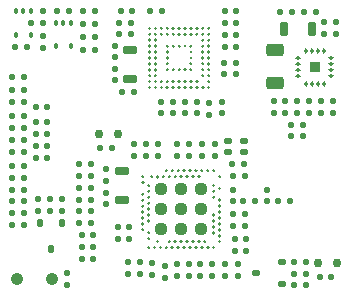
<source format=gbr>
%TF.GenerationSoftware,Altium Limited,Altium Designer,24.8.2 (39)*%
G04 Layer_Color=8421504*
%FSLAX45Y45*%
%MOMM*%
%TF.SameCoordinates,B03309B8-0E9A-45A2-8570-9956D1A1A338*%
%TF.FilePolarity,Positive*%
%TF.FileFunction,Paste,Top*%
%TF.Part,CustomerPanel*%
G01*
G75*
%TA.AperFunction,SMDPad,CuDef*%
G04:AMPARAMS|DCode=11|XSize=0.5mm|YSize=0.5mm|CornerRadius=0.125mm|HoleSize=0mm|Usage=FLASHONLY|Rotation=0.000|XOffset=0mm|YOffset=0mm|HoleType=Round|Shape=RoundedRectangle|*
%AMROUNDEDRECTD11*
21,1,0.50000,0.25000,0,0,0.0*
21,1,0.25000,0.50000,0,0,0.0*
1,1,0.25000,0.12500,-0.12500*
1,1,0.25000,-0.12500,-0.12500*
1,1,0.25000,-0.12500,0.12500*
1,1,0.25000,0.12500,0.12500*
%
%ADD11ROUNDEDRECTD11*%
%TA.AperFunction,NonConductor*%
%ADD63C,0.14500*%
%ADD64C,0.14000*%
%TA.AperFunction,OtherPad,Free Pad (16.9mm,34.65mm)*%
G04:AMPARAMS|DCode=65|XSize=0.5mm|YSize=0.35mm|CornerRadius=0.1575mm|HoleSize=0mm|Usage=FLASHONLY|Rotation=270.000|XOffset=0mm|YOffset=0mm|HoleType=Round|Shape=RoundedRectangle|*
%AMROUNDEDRECTD65*
21,1,0.50000,0.03500,0,0,270.0*
21,1,0.18500,0.35000,0,0,270.0*
1,1,0.31500,-0.01750,-0.09250*
1,1,0.31500,-0.01750,0.09250*
1,1,0.31500,0.01750,0.09250*
1,1,0.31500,0.01750,-0.09250*
%
%ADD65ROUNDEDRECTD65*%
%TA.AperFunction,OtherPad,Free Pad (18.2mm,34.65mm)*%
G04:AMPARAMS|DCode=66|XSize=0.5mm|YSize=0.35mm|CornerRadius=0.1575mm|HoleSize=0mm|Usage=FLASHONLY|Rotation=270.000|XOffset=0mm|YOffset=0mm|HoleType=Round|Shape=RoundedRectangle|*
%AMROUNDEDRECTD66*
21,1,0.50000,0.03500,0,0,270.0*
21,1,0.18500,0.35000,0,0,270.0*
1,1,0.31500,-0.01750,-0.09250*
1,1,0.31500,-0.01750,0.09250*
1,1,0.31500,0.01750,0.09250*
1,1,0.31500,0.01750,-0.09250*
%
%ADD66ROUNDEDRECTD66*%
%TA.AperFunction,OtherPad,Free Pad (16.9mm,36.65mm)*%
G04:AMPARAMS|DCode=67|XSize=0.5mm|YSize=0.35mm|CornerRadius=0.1575mm|HoleSize=0mm|Usage=FLASHONLY|Rotation=270.000|XOffset=0mm|YOffset=0mm|HoleType=Round|Shape=RoundedRectangle|*
%AMROUNDEDRECTD67*
21,1,0.50000,0.03500,0,0,270.0*
21,1,0.18500,0.35000,0,0,270.0*
1,1,0.31500,-0.01750,-0.09250*
1,1,0.31500,-0.01750,0.09250*
1,1,0.31500,0.01750,0.09250*
1,1,0.31500,0.01750,-0.09250*
%
%ADD67ROUNDEDRECTD67*%
%TA.AperFunction,OtherPad,Free Pad (17.55mm,36.65mm)*%
G04:AMPARAMS|DCode=68|XSize=0.5mm|YSize=0.35mm|CornerRadius=0.1575mm|HoleSize=0mm|Usage=FLASHONLY|Rotation=270.000|XOffset=0mm|YOffset=0mm|HoleType=Round|Shape=RoundedRectangle|*
%AMROUNDEDRECTD68*
21,1,0.50000,0.03500,0,0,270.0*
21,1,0.18500,0.35000,0,0,270.0*
1,1,0.31500,-0.01750,-0.09250*
1,1,0.31500,-0.01750,0.09250*
1,1,0.31500,0.01750,0.09250*
1,1,0.31500,0.01750,-0.09250*
%
%ADD68ROUNDEDRECTD68*%
%TA.AperFunction,OtherPad,Free Pad (18.2mm,36.65mm)*%
G04:AMPARAMS|DCode=69|XSize=0.5mm|YSize=0.35mm|CornerRadius=0.1575mm|HoleSize=0mm|Usage=FLASHONLY|Rotation=270.000|XOffset=0mm|YOffset=0mm|HoleType=Round|Shape=RoundedRectangle|*
%AMROUNDEDRECTD69*
21,1,0.50000,0.03500,0,0,270.0*
21,1,0.18500,0.35000,0,0,270.0*
1,1,0.31500,-0.01750,-0.09250*
1,1,0.31500,-0.01750,0.09250*
1,1,0.31500,0.01750,0.09250*
1,1,0.31500,0.01750,-0.09250*
%
%ADD69ROUNDEDRECTD69*%
%TA.AperFunction,OtherPad,Free Pad (30.922mm,19.9mm)*%
G04:AMPARAMS|DCode=70|XSize=1.1mm|YSize=1.1mm|CornerRadius=0.495mm|HoleSize=0mm|Usage=FLASHONLY|Rotation=0.000|XOffset=0mm|YOffset=0mm|HoleType=Round|Shape=RoundedRectangle|*
%AMROUNDEDRECTD70*
21,1,1.10000,0.11000,0,0,0.0*
21,1,0.11000,1.10000,0,0,0.0*
1,1,0.99000,0.05500,-0.05500*
1,1,0.99000,-0.05500,-0.05500*
1,1,0.99000,-0.05500,0.05500*
1,1,0.99000,0.05500,0.05500*
%
%ADD70ROUNDEDRECTD70*%
%TA.AperFunction,OtherPad,Free Pad (32.622mm,19.9mm)*%
G04:AMPARAMS|DCode=71|XSize=1.1mm|YSize=1.1mm|CornerRadius=0.495mm|HoleSize=0mm|Usage=FLASHONLY|Rotation=0.000|XOffset=0mm|YOffset=0mm|HoleType=Round|Shape=RoundedRectangle|*
%AMROUNDEDRECTD71*
21,1,1.10000,0.11000,0,0,0.0*
21,1,0.11000,1.10000,0,0,0.0*
1,1,0.99000,0.05500,-0.05500*
1,1,0.99000,-0.05500,-0.05500*
1,1,0.99000,-0.05500,0.05500*
1,1,0.99000,0.05500,0.05500*
%
%ADD71ROUNDEDRECTD71*%
%TA.AperFunction,OtherPad,Free Pad (30.922mm,18.2mm)*%
G04:AMPARAMS|DCode=72|XSize=1.1mm|YSize=1.1mm|CornerRadius=0.495mm|HoleSize=0mm|Usage=FLASHONLY|Rotation=0.000|XOffset=0mm|YOffset=0mm|HoleType=Round|Shape=RoundedRectangle|*
%AMROUNDEDRECTD72*
21,1,1.10000,0.11000,0,0,0.0*
21,1,0.11000,1.10000,0,0,0.0*
1,1,0.99000,0.05500,-0.05500*
1,1,0.99000,-0.05500,-0.05500*
1,1,0.99000,-0.05500,0.05500*
1,1,0.99000,0.05500,0.05500*
%
%ADD72ROUNDEDRECTD72*%
%TA.AperFunction,OtherPad,Free Pad (29.222mm,19.9mm)*%
G04:AMPARAMS|DCode=73|XSize=1.1mm|YSize=1.1mm|CornerRadius=0.495mm|HoleSize=0mm|Usage=FLASHONLY|Rotation=0.000|XOffset=0mm|YOffset=0mm|HoleType=Round|Shape=RoundedRectangle|*
%AMROUNDEDRECTD73*
21,1,1.10000,0.11000,0,0,0.0*
21,1,0.11000,1.10000,0,0,0.0*
1,1,0.99000,0.05500,-0.05500*
1,1,0.99000,-0.05500,-0.05500*
1,1,0.99000,-0.05500,0.05500*
1,1,0.99000,0.05500,0.05500*
%
%ADD73ROUNDEDRECTD73*%
%TA.AperFunction,OtherPad,Free Pad (30.922mm,21.6mm)*%
G04:AMPARAMS|DCode=74|XSize=1.1mm|YSize=1.1mm|CornerRadius=0.495mm|HoleSize=0mm|Usage=FLASHONLY|Rotation=0.000|XOffset=0mm|YOffset=0mm|HoleType=Round|Shape=RoundedRectangle|*
%AMROUNDEDRECTD74*
21,1,1.10000,0.11000,0,0,0.0*
21,1,0.11000,1.10000,0,0,0.0*
1,1,0.99000,0.05500,-0.05500*
1,1,0.99000,-0.05500,-0.05500*
1,1,0.99000,-0.05500,0.05500*
1,1,0.99000,0.05500,0.05500*
%
%ADD74ROUNDEDRECTD74*%
%TA.AperFunction,OtherPad,Free Pad (32.622mm,21.6mm)*%
G04:AMPARAMS|DCode=75|XSize=1.1mm|YSize=1.1mm|CornerRadius=0.495mm|HoleSize=0mm|Usage=FLASHONLY|Rotation=0.000|XOffset=0mm|YOffset=0mm|HoleType=Round|Shape=RoundedRectangle|*
%AMROUNDEDRECTD75*
21,1,1.10000,0.11000,0,0,0.0*
21,1,0.11000,1.10000,0,0,0.0*
1,1,0.99000,0.05500,-0.05500*
1,1,0.99000,-0.05500,-0.05500*
1,1,0.99000,-0.05500,0.05500*
1,1,0.99000,0.05500,0.05500*
%
%ADD75ROUNDEDRECTD75*%
%TA.AperFunction,OtherPad,Free Pad (32.622mm,18.2mm)*%
G04:AMPARAMS|DCode=76|XSize=1.1mm|YSize=1.1mm|CornerRadius=0.495mm|HoleSize=0mm|Usage=FLASHONLY|Rotation=270.000|XOffset=0mm|YOffset=0mm|HoleType=Round|Shape=RoundedRectangle|*
%AMROUNDEDRECTD76*
21,1,1.10000,0.11000,0,0,270.0*
21,1,0.11000,1.10000,0,0,270.0*
1,1,0.99000,-0.05500,-0.05500*
1,1,0.99000,-0.05500,0.05500*
1,1,0.99000,0.05500,0.05500*
1,1,0.99000,0.05500,-0.05500*
%
%ADD76ROUNDEDRECTD76*%
%TA.AperFunction,OtherPad,Free Pad (29.222mm,18.2mm)*%
G04:AMPARAMS|DCode=77|XSize=1.1mm|YSize=1.1mm|CornerRadius=0.495mm|HoleSize=0mm|Usage=FLASHONLY|Rotation=180.000|XOffset=0mm|YOffset=0mm|HoleType=Round|Shape=RoundedRectangle|*
%AMROUNDEDRECTD77*
21,1,1.10000,0.11000,0,0,180.0*
21,1,0.11000,1.10000,0,0,180.0*
1,1,0.99000,-0.05500,0.05500*
1,1,0.99000,0.05500,0.05500*
1,1,0.99000,0.05500,-0.05500*
1,1,0.99000,-0.05500,-0.05500*
%
%ADD77ROUNDEDRECTD77*%
%TA.AperFunction,OtherPad,Free Pad (29.222mm,21.6mm)*%
G04:AMPARAMS|DCode=78|XSize=1.1mm|YSize=1.1mm|CornerRadius=0.495mm|HoleSize=0mm|Usage=FLASHONLY|Rotation=90.000|XOffset=0mm|YOffset=0mm|HoleType=Round|Shape=RoundedRectangle|*
%AMROUNDEDRECTD78*
21,1,1.10000,0.11000,0,0,90.0*
21,1,0.11000,1.10000,0,0,90.0*
1,1,0.99000,0.05500,0.05500*
1,1,0.99000,0.05500,-0.05500*
1,1,0.99000,-0.05500,-0.05500*
1,1,0.99000,-0.05500,0.05500*
%
%ADD78ROUNDEDRECTD78*%
%TA.AperFunction,OtherPad,Free Pad (20.3mm,33.7mm)*%
G04:AMPARAMS|DCode=79|XSize=0.5mm|YSize=0.35mm|CornerRadius=0.1575mm|HoleSize=0mm|Usage=FLASHONLY|Rotation=270.000|XOffset=0mm|YOffset=0mm|HoleType=Round|Shape=RoundedRectangle|*
%AMROUNDEDRECTD79*
21,1,0.50000,0.03500,0,0,270.0*
21,1,0.18500,0.35000,0,0,270.0*
1,1,0.31500,-0.01750,-0.09250*
1,1,0.31500,-0.01750,0.09250*
1,1,0.31500,0.01750,0.09250*
1,1,0.31500,0.01750,-0.09250*
%
%ADD79ROUNDEDRECTD79*%
%TA.AperFunction,OtherPad,Free Pad (21.6mm,33.7mm)*%
G04:AMPARAMS|DCode=80|XSize=0.5mm|YSize=0.35mm|CornerRadius=0.1575mm|HoleSize=0mm|Usage=FLASHONLY|Rotation=270.000|XOffset=0mm|YOffset=0mm|HoleType=Round|Shape=RoundedRectangle|*
%AMROUNDEDRECTD80*
21,1,0.50000,0.03500,0,0,270.0*
21,1,0.18500,0.35000,0,0,270.0*
1,1,0.31500,-0.01750,-0.09250*
1,1,0.31500,-0.01750,0.09250*
1,1,0.31500,0.01750,0.09250*
1,1,0.31500,0.01750,-0.09250*
%
%ADD80ROUNDEDRECTD80*%
%TA.AperFunction,OtherPad,Free Pad (20.3mm,35.7mm)*%
G04:AMPARAMS|DCode=81|XSize=0.5mm|YSize=0.35mm|CornerRadius=0.1575mm|HoleSize=0mm|Usage=FLASHONLY|Rotation=270.000|XOffset=0mm|YOffset=0mm|HoleType=Round|Shape=RoundedRectangle|*
%AMROUNDEDRECTD81*
21,1,0.50000,0.03500,0,0,270.0*
21,1,0.18500,0.35000,0,0,270.0*
1,1,0.31500,-0.01750,-0.09250*
1,1,0.31500,-0.01750,0.09250*
1,1,0.31500,0.01750,0.09250*
1,1,0.31500,0.01750,-0.09250*
%
%ADD81ROUNDEDRECTD81*%
%TA.AperFunction,OtherPad,Free Pad (20.95mm,35.7mm)*%
G04:AMPARAMS|DCode=82|XSize=0.5mm|YSize=0.35mm|CornerRadius=0.1575mm|HoleSize=0mm|Usage=FLASHONLY|Rotation=270.000|XOffset=0mm|YOffset=0mm|HoleType=Round|Shape=RoundedRectangle|*
%AMROUNDEDRECTD82*
21,1,0.50000,0.03500,0,0,270.0*
21,1,0.18500,0.35000,0,0,270.0*
1,1,0.31500,-0.01750,-0.09250*
1,1,0.31500,-0.01750,0.09250*
1,1,0.31500,0.01750,0.09250*
1,1,0.31500,0.01750,-0.09250*
%
%ADD82ROUNDEDRECTD82*%
%TA.AperFunction,OtherPad,Free Pad (21.6mm,35.7mm)*%
G04:AMPARAMS|DCode=83|XSize=0.5mm|YSize=0.35mm|CornerRadius=0.1575mm|HoleSize=0mm|Usage=FLASHONLY|Rotation=270.000|XOffset=0mm|YOffset=0mm|HoleType=Round|Shape=RoundedRectangle|*
%AMROUNDEDRECTD83*
21,1,0.50000,0.03500,0,0,270.0*
21,1,0.18500,0.35000,0,0,270.0*
1,1,0.31500,-0.01750,-0.09250*
1,1,0.31500,-0.01750,0.09250*
1,1,0.31500,0.01750,0.09250*
1,1,0.31500,0.01750,-0.09250*
%
%ADD83ROUNDEDRECTD83*%
%TA.AperFunction,OtherPad,Free Pad (25.55mm,26.25mm)*%
G04:AMPARAMS|DCode=84|XSize=0.73mm|YSize=0.73mm|CornerRadius=0.3285mm|HoleSize=0mm|Usage=FLASHONLY|Rotation=180.000|XOffset=0mm|YOffset=0mm|HoleType=Round|Shape=RoundedRectangle|*
%AMROUNDEDRECTD84*
21,1,0.73000,0.07300,0,0,180.0*
21,1,0.07300,0.73000,0,0,180.0*
1,1,0.65700,-0.03650,0.03650*
1,1,0.65700,0.03650,0.03650*
1,1,0.65700,0.03650,-0.03650*
1,1,0.65700,-0.03650,-0.03650*
%
%ADD84ROUNDEDRECTD84*%
%TA.AperFunction,OtherPad,Free Pad (23.95mm,26.25mm)*%
G04:AMPARAMS|DCode=85|XSize=0.73mm|YSize=0.73mm|CornerRadius=0.3285mm|HoleSize=0mm|Usage=FLASHONLY|Rotation=180.000|XOffset=0mm|YOffset=0mm|HoleType=Round|Shape=RoundedRectangle|*
%AMROUNDEDRECTD85*
21,1,0.73000,0.07300,0,0,180.0*
21,1,0.07300,0.73000,0,0,180.0*
1,1,0.65700,-0.03650,0.03650*
1,1,0.65700,0.03650,0.03650*
1,1,0.65700,0.03650,-0.03650*
1,1,0.65700,-0.03650,-0.03650*
%
%ADD85ROUNDEDRECTD85*%
%TA.AperFunction,OtherPad,Free Pad (20mm,14mm)*%
G04:AMPARAMS|DCode=86|XSize=1mm|YSize=1mm|CornerRadius=0.45mm|HoleSize=0mm|Usage=FLASHONLY|Rotation=180.000|XOffset=0mm|YOffset=0mm|HoleType=Round|Shape=RoundedRectangle|*
%AMROUNDEDRECTD86*
21,1,1.00000,0.10000,0,0,180.0*
21,1,0.10000,1.00000,0,0,180.0*
1,1,0.90000,-0.05000,0.05000*
1,1,0.90000,0.05000,0.05000*
1,1,0.90000,0.05000,-0.05000*
1,1,0.90000,-0.05000,-0.05000*
%
%ADD86ROUNDEDRECTD86*%
%TA.AperFunction,OtherPad,Free Pad (17mm,14mm)*%
G04:AMPARAMS|DCode=87|XSize=1mm|YSize=1mm|CornerRadius=0.45mm|HoleSize=0mm|Usage=FLASHONLY|Rotation=180.000|XOffset=0mm|YOffset=0mm|HoleType=Round|Shape=RoundedRectangle|*
%AMROUNDEDRECTD87*
21,1,1.00000,0.10000,0,0,180.0*
21,1,0.10000,1.00000,0,0,180.0*
1,1,0.90000,-0.05000,0.05000*
1,1,0.90000,0.05000,0.05000*
1,1,0.90000,0.05000,-0.05000*
1,1,0.90000,-0.05000,-0.05000*
%
%ADD87ROUNDEDRECTD87*%
%TA.AperFunction,OtherPad,Free Pad (41.5mm,33.32mm)*%
G04:AMPARAMS|DCode=88|XSize=0.44mm|YSize=0.27mm|CornerRadius=0.1215mm|HoleSize=0mm|Usage=FLASHONLY|Rotation=270.000|XOffset=0mm|YOffset=0mm|HoleType=Round|Shape=RoundedRectangle|*
%AMROUNDEDRECTD88*
21,1,0.44000,0.02700,0,0,270.0*
21,1,0.19700,0.27000,0,0,270.0*
1,1,0.24300,-0.01350,-0.09850*
1,1,0.24300,-0.01350,0.09850*
1,1,0.24300,0.01350,0.09850*
1,1,0.24300,0.01350,-0.09850*
%
%ADD88ROUNDEDRECTD88*%
%TA.AperFunction,OtherPad,Free Pad (42mm,33.32mm)*%
G04:AMPARAMS|DCode=89|XSize=0.44mm|YSize=0.27mm|CornerRadius=0.1215mm|HoleSize=0mm|Usage=FLASHONLY|Rotation=270.000|XOffset=0mm|YOffset=0mm|HoleType=Round|Shape=RoundedRectangle|*
%AMROUNDEDRECTD89*
21,1,0.44000,0.02700,0,0,270.0*
21,1,0.19700,0.27000,0,0,270.0*
1,1,0.24300,-0.01350,-0.09850*
1,1,0.24300,-0.01350,0.09850*
1,1,0.24300,0.01350,0.09850*
1,1,0.24300,0.01350,-0.09850*
%
%ADD89ROUNDEDRECTD89*%
%TA.AperFunction,OtherPad,Free Pad (42.5mm,33.32mm)*%
G04:AMPARAMS|DCode=90|XSize=0.44mm|YSize=0.27mm|CornerRadius=0.1215mm|HoleSize=0mm|Usage=FLASHONLY|Rotation=270.000|XOffset=0mm|YOffset=0mm|HoleType=Round|Shape=RoundedRectangle|*
%AMROUNDEDRECTD90*
21,1,0.44000,0.02700,0,0,270.0*
21,1,0.19700,0.27000,0,0,270.0*
1,1,0.24300,-0.01350,-0.09850*
1,1,0.24300,-0.01350,0.09850*
1,1,0.24300,0.01350,0.09850*
1,1,0.24300,0.01350,-0.09850*
%
%ADD90ROUNDEDRECTD90*%
%TA.AperFunction,OtherPad,Free Pad (43mm,33.32mm)*%
G04:AMPARAMS|DCode=91|XSize=0.44mm|YSize=0.27mm|CornerRadius=0.1215mm|HoleSize=0mm|Usage=FLASHONLY|Rotation=270.000|XOffset=0mm|YOffset=0mm|HoleType=Round|Shape=RoundedRectangle|*
%AMROUNDEDRECTD91*
21,1,0.44000,0.02700,0,0,270.0*
21,1,0.19700,0.27000,0,0,270.0*
1,1,0.24300,-0.01350,-0.09850*
1,1,0.24300,-0.01350,0.09850*
1,1,0.24300,0.01350,0.09850*
1,1,0.24300,0.01350,-0.09850*
%
%ADD91ROUNDEDRECTD91*%
%TA.AperFunction,OtherPad,Free Pad (43.65mm,32.67mm)*%
G04:AMPARAMS|DCode=92|XSize=0.44mm|YSize=0.27mm|CornerRadius=0.1215mm|HoleSize=0mm|Usage=FLASHONLY|Rotation=180.000|XOffset=0mm|YOffset=0mm|HoleType=Round|Shape=RoundedRectangle|*
%AMROUNDEDRECTD92*
21,1,0.44000,0.02700,0,0,180.0*
21,1,0.19700,0.27000,0,0,180.0*
1,1,0.24300,-0.09850,0.01350*
1,1,0.24300,0.09850,0.01350*
1,1,0.24300,0.09850,-0.01350*
1,1,0.24300,-0.09850,-0.01350*
%
%ADD92ROUNDEDRECTD92*%
%TA.AperFunction,OtherPad,Free Pad (43.65mm,32.17mm)*%
G04:AMPARAMS|DCode=93|XSize=0.44mm|YSize=0.27mm|CornerRadius=0.1215mm|HoleSize=0mm|Usage=FLASHONLY|Rotation=180.000|XOffset=0mm|YOffset=0mm|HoleType=Round|Shape=RoundedRectangle|*
%AMROUNDEDRECTD93*
21,1,0.44000,0.02700,0,0,180.0*
21,1,0.19700,0.27000,0,0,180.0*
1,1,0.24300,-0.09850,0.01350*
1,1,0.24300,0.09850,0.01350*
1,1,0.24300,0.09850,-0.01350*
1,1,0.24300,-0.09850,-0.01350*
%
%ADD93ROUNDEDRECTD93*%
%TA.AperFunction,OtherPad,Free Pad (43.65mm,31.67mm)*%
G04:AMPARAMS|DCode=94|XSize=0.44mm|YSize=0.27mm|CornerRadius=0.1215mm|HoleSize=0mm|Usage=FLASHONLY|Rotation=180.000|XOffset=0mm|YOffset=0mm|HoleType=Round|Shape=RoundedRectangle|*
%AMROUNDEDRECTD94*
21,1,0.44000,0.02700,0,0,180.0*
21,1,0.19700,0.27000,0,0,180.0*
1,1,0.24300,-0.09850,0.01350*
1,1,0.24300,0.09850,0.01350*
1,1,0.24300,0.09850,-0.01350*
1,1,0.24300,-0.09850,-0.01350*
%
%ADD94ROUNDEDRECTD94*%
%TA.AperFunction,OtherPad,Free Pad (43.65mm,31.17mm)*%
G04:AMPARAMS|DCode=95|XSize=0.44mm|YSize=0.27mm|CornerRadius=0.1215mm|HoleSize=0mm|Usage=FLASHONLY|Rotation=180.000|XOffset=0mm|YOffset=0mm|HoleType=Round|Shape=RoundedRectangle|*
%AMROUNDEDRECTD95*
21,1,0.44000,0.02700,0,0,180.0*
21,1,0.19700,0.27000,0,0,180.0*
1,1,0.24300,-0.09850,0.01350*
1,1,0.24300,0.09850,0.01350*
1,1,0.24300,0.09850,-0.01350*
1,1,0.24300,-0.09850,-0.01350*
%
%ADD95ROUNDEDRECTD95*%
%TA.AperFunction,OtherPad,Free Pad (43mm,30.52mm)*%
G04:AMPARAMS|DCode=96|XSize=0.44mm|YSize=0.27mm|CornerRadius=0.1215mm|HoleSize=0mm|Usage=FLASHONLY|Rotation=90.000|XOffset=0mm|YOffset=0mm|HoleType=Round|Shape=RoundedRectangle|*
%AMROUNDEDRECTD96*
21,1,0.44000,0.02700,0,0,90.0*
21,1,0.19700,0.27000,0,0,90.0*
1,1,0.24300,0.01350,0.09850*
1,1,0.24300,0.01350,-0.09850*
1,1,0.24300,-0.01350,-0.09850*
1,1,0.24300,-0.01350,0.09850*
%
%ADD96ROUNDEDRECTD96*%
%TA.AperFunction,OtherPad,Free Pad (42.5mm,30.52mm)*%
G04:AMPARAMS|DCode=97|XSize=0.44mm|YSize=0.27mm|CornerRadius=0.1215mm|HoleSize=0mm|Usage=FLASHONLY|Rotation=90.000|XOffset=0mm|YOffset=0mm|HoleType=Round|Shape=RoundedRectangle|*
%AMROUNDEDRECTD97*
21,1,0.44000,0.02700,0,0,90.0*
21,1,0.19700,0.27000,0,0,90.0*
1,1,0.24300,0.01350,0.09850*
1,1,0.24300,0.01350,-0.09850*
1,1,0.24300,-0.01350,-0.09850*
1,1,0.24300,-0.01350,0.09850*
%
%ADD97ROUNDEDRECTD97*%
%TA.AperFunction,OtherPad,Free Pad (42mm,30.52mm)*%
G04:AMPARAMS|DCode=98|XSize=0.44mm|YSize=0.27mm|CornerRadius=0.1215mm|HoleSize=0mm|Usage=FLASHONLY|Rotation=90.000|XOffset=0mm|YOffset=0mm|HoleType=Round|Shape=RoundedRectangle|*
%AMROUNDEDRECTD98*
21,1,0.44000,0.02700,0,0,90.0*
21,1,0.19700,0.27000,0,0,90.0*
1,1,0.24300,0.01350,0.09850*
1,1,0.24300,0.01350,-0.09850*
1,1,0.24300,-0.01350,-0.09850*
1,1,0.24300,-0.01350,0.09850*
%
%ADD98ROUNDEDRECTD98*%
%TA.AperFunction,OtherPad,Free Pad (41.5mm,30.52mm)*%
G04:AMPARAMS|DCode=99|XSize=0.44mm|YSize=0.27mm|CornerRadius=0.1215mm|HoleSize=0mm|Usage=FLASHONLY|Rotation=90.000|XOffset=0mm|YOffset=0mm|HoleType=Round|Shape=RoundedRectangle|*
%AMROUNDEDRECTD99*
21,1,0.44000,0.02700,0,0,90.0*
21,1,0.19700,0.27000,0,0,90.0*
1,1,0.24300,0.01350,0.09850*
1,1,0.24300,0.01350,-0.09850*
1,1,0.24300,-0.01350,-0.09850*
1,1,0.24300,-0.01350,0.09850*
%
%ADD99ROUNDEDRECTD99*%
%TA.AperFunction,OtherPad,Free Pad (40.85mm,31.17mm)*%
G04:AMPARAMS|DCode=100|XSize=0.44mm|YSize=0.27mm|CornerRadius=0.1215mm|HoleSize=0mm|Usage=FLASHONLY|Rotation=0.000|XOffset=0mm|YOffset=0mm|HoleType=Round|Shape=RoundedRectangle|*
%AMROUNDEDRECTD100*
21,1,0.44000,0.02700,0,0,0.0*
21,1,0.19700,0.27000,0,0,0.0*
1,1,0.24300,0.09850,-0.01350*
1,1,0.24300,-0.09850,-0.01350*
1,1,0.24300,-0.09850,0.01350*
1,1,0.24300,0.09850,0.01350*
%
%ADD100ROUNDEDRECTD100*%
%TA.AperFunction,OtherPad,Free Pad (40.85mm,31.67mm)*%
G04:AMPARAMS|DCode=101|XSize=0.44mm|YSize=0.27mm|CornerRadius=0.1215mm|HoleSize=0mm|Usage=FLASHONLY|Rotation=0.000|XOffset=0mm|YOffset=0mm|HoleType=Round|Shape=RoundedRectangle|*
%AMROUNDEDRECTD101*
21,1,0.44000,0.02700,0,0,0.0*
21,1,0.19700,0.27000,0,0,0.0*
1,1,0.24300,0.09850,-0.01350*
1,1,0.24300,-0.09850,-0.01350*
1,1,0.24300,-0.09850,0.01350*
1,1,0.24300,0.09850,0.01350*
%
%ADD101ROUNDEDRECTD101*%
%TA.AperFunction,OtherPad,Free Pad (40.85mm,32.17mm)*%
G04:AMPARAMS|DCode=102|XSize=0.44mm|YSize=0.27mm|CornerRadius=0.1215mm|HoleSize=0mm|Usage=FLASHONLY|Rotation=0.000|XOffset=0mm|YOffset=0mm|HoleType=Round|Shape=RoundedRectangle|*
%AMROUNDEDRECTD102*
21,1,0.44000,0.02700,0,0,0.0*
21,1,0.19700,0.27000,0,0,0.0*
1,1,0.24300,0.09850,-0.01350*
1,1,0.24300,-0.09850,-0.01350*
1,1,0.24300,-0.09850,0.01350*
1,1,0.24300,0.09850,0.01350*
%
%ADD102ROUNDEDRECTD102*%
%TA.AperFunction,OtherPad,Free Pad (40.85mm,32.67mm)*%
G04:AMPARAMS|DCode=103|XSize=0.44mm|YSize=0.27mm|CornerRadius=0.1215mm|HoleSize=0mm|Usage=FLASHONLY|Rotation=0.000|XOffset=0mm|YOffset=0mm|HoleType=Round|Shape=RoundedRectangle|*
%AMROUNDEDRECTD103*
21,1,0.44000,0.02700,0,0,0.0*
21,1,0.19700,0.27000,0,0,0.0*
1,1,0.24300,0.09850,-0.01350*
1,1,0.24300,-0.09850,-0.01350*
1,1,0.24300,-0.09850,0.01350*
1,1,0.24300,0.09850,0.01350*
%
%ADD103ROUNDEDRECTD103*%
%TA.AperFunction,OtherPad,Free Pad (44.15mm,15.3mm)*%
G04:AMPARAMS|DCode=104|XSize=0.73mm|YSize=0.73mm|CornerRadius=0.3285mm|HoleSize=0mm|Usage=FLASHONLY|Rotation=180.000|XOffset=0mm|YOffset=0mm|HoleType=Round|Shape=RoundedRectangle|*
%AMROUNDEDRECTD104*
21,1,0.73000,0.07300,0,0,180.0*
21,1,0.07300,0.73000,0,0,180.0*
1,1,0.65700,-0.03650,0.03650*
1,1,0.65700,0.03650,0.03650*
1,1,0.65700,0.03650,-0.03650*
1,1,0.65700,-0.03650,-0.03650*
%
%ADD104ROUNDEDRECTD104*%
%TA.AperFunction,OtherPad,Free Pad (42.55mm,15.3mm)*%
G04:AMPARAMS|DCode=105|XSize=0.73mm|YSize=0.73mm|CornerRadius=0.3285mm|HoleSize=0mm|Usage=FLASHONLY|Rotation=180.000|XOffset=0mm|YOffset=0mm|HoleType=Round|Shape=RoundedRectangle|*
%AMROUNDEDRECTD105*
21,1,0.73000,0.07300,0,0,180.0*
21,1,0.07300,0.73000,0,0,180.0*
1,1,0.65700,-0.03650,0.03650*
1,1,0.65700,0.03650,0.03650*
1,1,0.65700,0.03650,-0.03650*
1,1,0.65700,-0.03650,-0.03650*
%
%ADD105ROUNDEDRECTD105*%
%TA.AperFunction,SMDPad,CuDef*%
G04:AMPARAMS|DCode=106|XSize=0.51315mm|YSize=0.61315mm|CornerRadius=0.10658mm|HoleSize=0mm|Usage=FLASHONLY|Rotation=270.000|XOffset=0mm|YOffset=0mm|HoleType=Round|Shape=RoundedRectangle|*
%AMROUNDEDRECTD106*
21,1,0.51315,0.40000,0,0,270.0*
21,1,0.30000,0.61315,0,0,270.0*
1,1,0.21315,-0.20000,-0.15000*
1,1,0.21315,-0.20000,0.15000*
1,1,0.21315,0.20000,0.15000*
1,1,0.21315,0.20000,-0.15000*
%
%ADD106ROUNDEDRECTD106*%
G04:AMPARAMS|DCode=107|XSize=0.53666mm|YSize=0.53666mm|CornerRadius=0.11833mm|HoleSize=0mm|Usage=FLASHONLY|Rotation=270.000|XOffset=0mm|YOffset=0mm|HoleType=Round|Shape=RoundedRectangle|*
%AMROUNDEDRECTD107*
21,1,0.53666,0.30000,0,0,270.0*
21,1,0.30000,0.53666,0,0,270.0*
1,1,0.23666,-0.15000,-0.15000*
1,1,0.23666,-0.15000,0.15000*
1,1,0.23666,0.15000,0.15000*
1,1,0.23666,0.15000,-0.15000*
%
%ADD107ROUNDEDRECTD107*%
G04:AMPARAMS|DCode=108|XSize=0.53666mm|YSize=0.53666mm|CornerRadius=0.11833mm|HoleSize=0mm|Usage=FLASHONLY|Rotation=0.000|XOffset=0mm|YOffset=0mm|HoleType=Round|Shape=RoundedRectangle|*
%AMROUNDEDRECTD108*
21,1,0.53666,0.30000,0,0,0.0*
21,1,0.30000,0.53666,0,0,0.0*
1,1,0.23666,0.15000,-0.15000*
1,1,0.23666,-0.15000,-0.15000*
1,1,0.23666,-0.15000,0.15000*
1,1,0.23666,0.15000,0.15000*
%
%ADD108ROUNDEDRECTD108*%
G04:AMPARAMS|DCode=109|XSize=0.51315mm|YSize=0.61315mm|CornerRadius=0.10658mm|HoleSize=0mm|Usage=FLASHONLY|Rotation=0.000|XOffset=0mm|YOffset=0mm|HoleType=Round|Shape=RoundedRectangle|*
%AMROUNDEDRECTD109*
21,1,0.51315,0.40000,0,0,0.0*
21,1,0.30000,0.61315,0,0,0.0*
1,1,0.21315,0.15000,-0.20000*
1,1,0.21315,-0.15000,-0.20000*
1,1,0.21315,-0.15000,0.20000*
1,1,0.21315,0.15000,0.20000*
%
%ADD109ROUNDEDRECTD109*%
G04:AMPARAMS|DCode=110|XSize=0.64749mm|YSize=1.19749mm|CornerRadius=0.12375mm|HoleSize=0mm|Usage=FLASHONLY|Rotation=90.000|XOffset=0mm|YOffset=0mm|HoleType=Round|Shape=RoundedRectangle|*
%AMROUNDEDRECTD110*
21,1,0.64749,0.95000,0,0,90.0*
21,1,0.40000,1.19749,0,0,90.0*
1,1,0.24749,0.47500,0.20000*
1,1,0.24749,0.47500,-0.20000*
1,1,0.24749,-0.47500,-0.20000*
1,1,0.24749,-0.47500,0.20000*
%
%ADD110ROUNDEDRECTD110*%
G04:AMPARAMS|DCode=111|XSize=0.64419mm|YSize=0.5442mm|CornerRadius=0.1096mm|HoleSize=0mm|Usage=FLASHONLY|Rotation=0.000|XOffset=0mm|YOffset=0mm|HoleType=Round|Shape=RoundedRectangle|*
%AMROUNDEDRECTD111*
21,1,0.64419,0.32500,0,0,0.0*
21,1,0.42500,0.54420,0,0,0.0*
1,1,0.21919,0.21250,-0.16250*
1,1,0.21919,-0.21250,-0.16250*
1,1,0.21919,-0.21250,0.16250*
1,1,0.21919,0.21250,0.16250*
%
%ADD111ROUNDEDRECTD111*%
G04:AMPARAMS|DCode=112|XSize=0.88741mm|YSize=0.88741mm|CornerRadius=0.06871mm|HoleSize=0mm|Usage=FLASHONLY|Rotation=0.000|XOffset=0mm|YOffset=0mm|HoleType=Round|Shape=RoundedRectangle|*
%AMROUNDEDRECTD112*
21,1,0.88741,0.75000,0,0,0.0*
21,1,0.75000,0.88741,0,0,0.0*
1,1,0.13741,0.37500,-0.37500*
1,1,0.13741,-0.37500,-0.37500*
1,1,0.13741,-0.37500,0.37500*
1,1,0.13741,0.37500,0.37500*
%
%ADD112ROUNDEDRECTD112*%
G04:AMPARAMS|DCode=113|XSize=0.64749mm|YSize=1.19749mm|CornerRadius=0.12375mm|HoleSize=0mm|Usage=FLASHONLY|Rotation=180.000|XOffset=0mm|YOffset=0mm|HoleType=Round|Shape=RoundedRectangle|*
%AMROUNDEDRECTD113*
21,1,0.64749,0.95000,0,0,180.0*
21,1,0.40000,1.19749,0,0,180.0*
1,1,0.24749,-0.20000,0.47500*
1,1,0.24749,0.20000,0.47500*
1,1,0.24749,0.20000,-0.47500*
1,1,0.24749,-0.20000,-0.47500*
%
%ADD113ROUNDEDRECTD113*%
G04:AMPARAMS|DCode=114|XSize=1.45862mm|YSize=1.05862mm|CornerRadius=0.21681mm|HoleSize=0mm|Usage=FLASHONLY|Rotation=0.000|XOffset=0mm|YOffset=0mm|HoleType=Round|Shape=RoundedRectangle|*
%AMROUNDEDRECTD114*
21,1,1.45862,0.62500,0,0,0.0*
21,1,1.02500,1.05862,0,0,0.0*
1,1,0.43362,0.51250,-0.31250*
1,1,0.43362,-0.51250,-0.31250*
1,1,0.43362,-0.51250,0.31250*
1,1,0.43362,0.51250,0.31250*
%
%ADD114ROUNDEDRECTD114*%
D11*
X1819998Y3569996D02*
D03*
D63*
X2824476Y1939996D02*
G03*
X2824476Y1939996I-7250J0D01*
G01*
X2974476Y2314996D02*
G03*
X2974476Y2314996I-7250J0D01*
G01*
X3024476D02*
G03*
X3024476Y2314996I-7250J0D01*
G01*
X3374476D02*
G03*
X3374476Y2314996I-7250J0D01*
G01*
X3324476D02*
G03*
X3324476Y2314996I-7250J0D01*
G01*
X3274476D02*
G03*
X3274476Y2314996I-7250J0D01*
G01*
X3224476D02*
G03*
X3224476Y2314996I-7250J0D01*
G01*
X3174476D02*
G03*
X3174476Y2314996I-7250J0D01*
G01*
X3124476D02*
G03*
X3124476Y2314996I-7250J0D01*
G01*
X3074476Y1664995D02*
G03*
X3074476Y1664995I-7250J0D01*
G01*
X2899476Y1714996D02*
G03*
X2899476Y1714996I-7250J0D01*
G01*
X2999476D02*
G03*
X2999476Y1714996I-7250J0D01*
G01*
X3049476D02*
G03*
X3049476Y1714996I-7250J0D01*
G01*
X2824476Y1664995D02*
G03*
X2824476Y1664995I-7250J0D01*
G01*
X2874476D02*
G03*
X2874476Y1664995I-7250J0D01*
G01*
X2924476D02*
G03*
X2924476Y1664995I-7250J0D01*
G01*
X2974476D02*
G03*
X2974476Y1664995I-7250J0D01*
G01*
X3024476D02*
G03*
X3024476Y1664995I-7250J0D01*
G01*
X3374476D02*
G03*
X3374476Y1664995I-7250J0D01*
G01*
X3324476D02*
G03*
X3324476Y1664995I-7250J0D01*
G01*
X3274476D02*
G03*
X3274476Y1664995I-7250J0D01*
G01*
X3224476D02*
G03*
X3224476Y1664995I-7250J0D01*
G01*
X3174476D02*
G03*
X3174476Y1664995I-7250J0D01*
G01*
X3124476D02*
G03*
X3124476Y1664995I-7250J0D01*
G01*
X3424476Y1714996D02*
G03*
X3424476Y1714996I-7250J0D01*
G01*
X3299476D02*
G03*
X3299476Y1714996I-7250J0D01*
G01*
X3249476D02*
G03*
X3249476Y1714996I-7250J0D01*
G01*
X3199476D02*
G03*
X3199476Y1714996I-7250J0D01*
G01*
X3149476D02*
G03*
X3149476Y1714996I-7250J0D01*
G01*
X3099476D02*
G03*
X3099476Y1714996I-7250J0D01*
G01*
Y2264995D02*
G03*
X3099476Y2264995I-7250J0D01*
G01*
X2849476D02*
G03*
X2849476Y2264995I-7250J0D01*
G01*
X2899476D02*
G03*
X2899476Y2264995I-7250J0D01*
G01*
X2949476D02*
G03*
X2949476Y2264995I-7250J0D01*
G01*
X2999476D02*
G03*
X2999476Y2264995I-7250J0D01*
G01*
X3049476D02*
G03*
X3049476Y2264995I-7250J0D01*
G01*
X3424476D02*
G03*
X3424476Y2264995I-7250J0D01*
G01*
X3249476D02*
G03*
X3249476Y2264995I-7250J0D01*
G01*
X3199476D02*
G03*
X3199476Y2264995I-7250J0D01*
G01*
X3149476D02*
G03*
X3149476Y2264995I-7250J0D01*
G01*
X3074476Y2314996D02*
G03*
X3074476Y2314996I-7250J0D01*
G01*
X2824476Y1739996D02*
G03*
X2824476Y1739996I-7250J0D01*
G01*
Y1789995D02*
G03*
X2824476Y1789995I-7250J0D01*
G01*
X2774476Y1814996D02*
G03*
X2774476Y1814996I-7250J0D01*
G01*
Y1864996D02*
G03*
X2774476Y1864996I-7250J0D01*
G01*
X2824476Y1889995D02*
G03*
X2824476Y1889995I-7250J0D01*
G01*
X2774476Y1914995D02*
G03*
X2774476Y1914995I-7250J0D01*
G01*
Y1964996D02*
G03*
X2774476Y1964996I-7250J0D01*
G01*
X2824476Y1989996D02*
G03*
X2824476Y1989996I-7250J0D01*
G01*
X2774476Y2014995D02*
G03*
X2774476Y2014995I-7250J0D01*
G01*
X2824476Y2039995D02*
G03*
X2824476Y2039995I-7250J0D01*
G01*
X2774476Y2064996D02*
G03*
X2774476Y2064996I-7250J0D01*
G01*
X2824476Y2089996D02*
G03*
X2824476Y2089996I-7250J0D01*
G01*
X2774476Y2114996D02*
G03*
X2774476Y2114996I-7250J0D01*
G01*
X2824476Y2139995D02*
G03*
X2824476Y2139995I-7250J0D01*
G01*
Y2189996D02*
G03*
X2824476Y2189996I-7250J0D01*
G01*
X2774476Y2214996D02*
G03*
X2774476Y2214996I-7250J0D01*
G01*
Y2264995D02*
G03*
X2774476Y2264995I-7250J0D01*
G01*
X3374476Y1939996D02*
G03*
X3374476Y1939996I-7250J0D01*
G01*
Y1789995D02*
G03*
X3374476Y1789995I-7250J0D01*
G01*
Y1889995D02*
G03*
X3374476Y1889995I-7250J0D01*
G01*
Y2089996D02*
G03*
X3374476Y2089996I-7250J0D01*
G01*
Y2139995D02*
G03*
X3374476Y2139995I-7250J0D01*
G01*
Y2189996D02*
G03*
X3374476Y2189996I-7250J0D01*
G01*
X3424476Y1814996D02*
G03*
X3424476Y1814996I-7250J0D01*
G01*
Y1864996D02*
G03*
X3424476Y1864996I-7250J0D01*
G01*
Y1914995D02*
G03*
X3424476Y1914995I-7250J0D01*
G01*
Y1964996D02*
G03*
X3424476Y1964996I-7250J0D01*
G01*
Y2014995D02*
G03*
X3424476Y2014995I-7250J0D01*
G01*
Y2064996D02*
G03*
X3424476Y2064996I-7250J0D01*
G01*
Y2164995D02*
G03*
X3424476Y2164995I-7250J0D01*
G01*
X3374470Y1839996D02*
G03*
X3374470Y1839996I-7250J0D01*
G01*
X3424476Y1764995D02*
G03*
X3424476Y1764995I-7250J0D01*
G01*
D64*
X2831998Y3519996D02*
G03*
X2831998Y3519996I-7000J0D01*
G01*
X2881998D02*
G03*
X2881998Y3519996I-7000J0D01*
G01*
X2931998D02*
G03*
X2931998Y3519996I-7000J0D01*
G01*
X2981998D02*
G03*
X2981998Y3519996I-7000J0D01*
G01*
X3031999D02*
G03*
X3031999Y3519996I-7000J0D01*
G01*
X3081998D02*
G03*
X3081998Y3519996I-7000J0D01*
G01*
X3131998D02*
G03*
X3131998Y3519996I-7000J0D01*
G01*
X3181998D02*
G03*
X3181998Y3519996I-7000J0D01*
G01*
X3231998D02*
G03*
X3231998Y3519996I-7000J0D01*
G01*
X3281999D02*
G03*
X3281999Y3519996I-7000J0D01*
G01*
X3331998D02*
G03*
X3331998Y3519996I-7000J0D01*
G01*
X2831998Y3469996D02*
G03*
X2831998Y3469996I-7000J0D01*
G01*
X2881998D02*
G03*
X2881998Y3469996I-7000J0D01*
G01*
X2931998D02*
G03*
X2931998Y3469996I-7000J0D01*
G01*
X2981998D02*
G03*
X2981998Y3469996I-7000J0D01*
G01*
X3031999D02*
G03*
X3031999Y3469996I-7000J0D01*
G01*
X3081998D02*
G03*
X3081998Y3469996I-7000J0D01*
G01*
X3131998D02*
G03*
X3131998Y3469996I-7000J0D01*
G01*
X3181998D02*
G03*
X3181998Y3469996I-7000J0D01*
G01*
X3231998D02*
G03*
X3231998Y3469996I-7000J0D01*
G01*
X3331998D02*
G03*
X3331998Y3469996I-7000J0D01*
G01*
X2831998Y3419996D02*
G03*
X2831998Y3419996I-7000J0D01*
G01*
X2881998D02*
G03*
X2881998Y3419996I-7000J0D01*
G01*
X3281999D02*
G03*
X3281999Y3419996I-7000J0D01*
G01*
X3331998D02*
G03*
X3331998Y3419996I-7000J0D01*
G01*
X2831998Y3369996D02*
G03*
X2831998Y3369996I-7000J0D01*
G01*
X2881998D02*
G03*
X2881998Y3369996I-7000J0D01*
G01*
X2981998D02*
G03*
X2981998Y3369996I-7000J0D01*
G01*
X3031999D02*
G03*
X3031999Y3369996I-7000J0D01*
G01*
X3081998D02*
G03*
X3081998Y3369996I-7000J0D01*
G01*
X3131998D02*
G03*
X3131998Y3369996I-7000J0D01*
G01*
X3181998D02*
G03*
X3181998Y3369996I-7000J0D01*
G01*
X3281999D02*
G03*
X3281999Y3369996I-7000J0D01*
G01*
X3331998D02*
G03*
X3331998Y3369996I-7000J0D01*
G01*
X2831998Y3319996D02*
G03*
X2831998Y3319996I-7000J0D01*
G01*
X2881998D02*
G03*
X2881998Y3319996I-7000J0D01*
G01*
X2981998D02*
G03*
X2981998Y3319996I-7000J0D01*
G01*
X3181998D02*
G03*
X3181998Y3319996I-7000J0D01*
G01*
X3281999D02*
G03*
X3281999Y3319996I-7000J0D01*
G01*
X3331998D02*
G03*
X3331998Y3319996I-7000J0D01*
G01*
X2831998Y3269996D02*
G03*
X2831998Y3269996I-7000J0D01*
G01*
X2881998D02*
G03*
X2881998Y3269996I-7000J0D01*
G01*
X2981998D02*
G03*
X2981998Y3269996I-7000J0D01*
G01*
X3181998D02*
G03*
X3181998Y3269996I-7000J0D01*
G01*
X3281999D02*
G03*
X3281999Y3269996I-7000J0D01*
G01*
X3331998D02*
G03*
X3331998Y3269996I-7000J0D01*
G01*
X2831998Y3219996D02*
G03*
X2831998Y3219996I-7000J0D01*
G01*
X2881998D02*
G03*
X2881998Y3219996I-7000J0D01*
G01*
X2981998D02*
G03*
X2981998Y3219996I-7000J0D01*
G01*
X3181998D02*
G03*
X3181998Y3219996I-7000J0D01*
G01*
X3281999D02*
G03*
X3281999Y3219996I-7000J0D01*
G01*
X3331998D02*
G03*
X3331998Y3219996I-7000J0D01*
G01*
X2831998Y3169996D02*
G03*
X2831998Y3169996I-7000J0D01*
G01*
X2881998D02*
G03*
X2881998Y3169996I-7000J0D01*
G01*
X2981998D02*
G03*
X2981998Y3169996I-7000J0D01*
G01*
X3031999D02*
G03*
X3031999Y3169996I-7000J0D01*
G01*
X3081998D02*
G03*
X3081998Y3169996I-7000J0D01*
G01*
X3131998D02*
G03*
X3131998Y3169996I-7000J0D01*
G01*
X3181998D02*
G03*
X3181998Y3169996I-7000J0D01*
G01*
X3281999D02*
G03*
X3281999Y3169996I-7000J0D01*
G01*
X3331998D02*
G03*
X3331998Y3169996I-7000J0D01*
G01*
X2831998Y3119996D02*
G03*
X2831998Y3119996I-7000J0D01*
G01*
X2881998D02*
G03*
X2881998Y3119996I-7000J0D01*
G01*
X3281999D02*
G03*
X3281999Y3119996I-7000J0D01*
G01*
X3331998D02*
G03*
X3331998Y3119996I-7000J0D01*
G01*
X2831998Y3069996D02*
G03*
X2831998Y3069996I-7000J0D01*
G01*
X2881998D02*
G03*
X2881998Y3069996I-7000J0D01*
G01*
X2931998D02*
G03*
X2931998Y3069996I-7000J0D01*
G01*
X2981998D02*
G03*
X2981998Y3069996I-7000J0D01*
G01*
X3031999D02*
G03*
X3031999Y3069996I-7000J0D01*
G01*
X3081998D02*
G03*
X3081998Y3069996I-7000J0D01*
G01*
X3131998D02*
G03*
X3131998Y3069996I-7000J0D01*
G01*
X3181998D02*
G03*
X3181998Y3069996I-7000J0D01*
G01*
X3231998D02*
G03*
X3231998Y3069996I-7000J0D01*
G01*
X3331998D02*
G03*
X3331998Y3069996I-7000J0D01*
G01*
X2831998Y3019996D02*
G03*
X2831998Y3019996I-7000J0D01*
G01*
X2881998D02*
G03*
X2881998Y3019996I-7000J0D01*
G01*
X2931998D02*
G03*
X2931998Y3019996I-7000J0D01*
G01*
X2981998D02*
G03*
X2981998Y3019996I-7000J0D01*
G01*
X3031999D02*
G03*
X3031999Y3019996I-7000J0D01*
G01*
X3081998D02*
G03*
X3081998Y3019996I-7000J0D01*
G01*
X3131998D02*
G03*
X3131998Y3019996I-7000J0D01*
G01*
X3181998D02*
G03*
X3181998Y3019996I-7000J0D01*
G01*
X3231998D02*
G03*
X3231998Y3019996I-7000J0D01*
G01*
X3281999D02*
G03*
X3281999Y3019996I-7000J0D01*
G01*
X3331998D02*
G03*
X3331998Y3019996I-7000J0D01*
G01*
X3281999Y3469996D02*
G03*
X3281999Y3469996I-7000J0D01*
G01*
D65*
X1689996Y3464996D02*
D03*
D66*
X1819998D02*
D03*
D67*
X1689996Y3664995D02*
D03*
D68*
X1754995D02*
D03*
D69*
X1819998D02*
D03*
D70*
X3092227Y1989995D02*
D03*
D71*
X3262224D02*
D03*
D72*
X3092227Y1819998D02*
D03*
D73*
X2922225Y1989995D02*
D03*
D74*
X3092227Y2159997D02*
D03*
D75*
X3262224D02*
D03*
D76*
Y1819998D02*
D03*
D77*
X2922225D02*
D03*
D78*
Y2159997D02*
D03*
D79*
X2029997Y3369995D02*
D03*
D80*
X2160000D02*
D03*
D81*
X2029997Y3569995D02*
D03*
D82*
X2094996D02*
D03*
D83*
X2160000D02*
D03*
D84*
X2554997Y2624996D02*
D03*
D85*
X2394997D02*
D03*
D86*
X1999997Y1399993D02*
D03*
D87*
X1699998D02*
D03*
D88*
X4149998Y3331995D02*
D03*
D89*
X4200000D02*
D03*
D90*
X4249998D02*
D03*
D91*
X4300000D02*
D03*
D92*
X4364999Y3266997D02*
D03*
D93*
Y3216994D02*
D03*
D94*
Y3166997D02*
D03*
D95*
Y3116994D02*
D03*
D96*
X4300000Y3051996D02*
D03*
D97*
X4249998D02*
D03*
D98*
X4200000D02*
D03*
D99*
X4149998D02*
D03*
D100*
X4084999Y3116994D02*
D03*
D101*
Y3166997D02*
D03*
D102*
Y3216994D02*
D03*
D103*
Y3266997D02*
D03*
D104*
X4414997Y1529995D02*
D03*
D105*
X4254997D02*
D03*
D106*
X3725000Y1449995D02*
D03*
X3945000Y1544996D02*
D03*
Y1354993D02*
D03*
D107*
X3874997Y2804997D02*
D03*
X3974997D02*
D03*
X3875001Y2904996D02*
D03*
X3975000D02*
D03*
X2329997Y1969995D02*
D03*
X2229997D02*
D03*
X2664997Y3569995D02*
D03*
X2564997D02*
D03*
X4149998Y1344996D02*
D03*
X4049999D02*
D03*
X2329997Y2369993D02*
D03*
X2229997D02*
D03*
Y2069995D02*
D03*
X2329997D02*
D03*
X2229997Y2269996D02*
D03*
X2329997D02*
D03*
Y2169995D02*
D03*
X2229997D02*
D03*
X4049999Y1444996D02*
D03*
X4149998D02*
D03*
X4264999Y1414995D02*
D03*
X4364999D02*
D03*
X4150000Y1544995D02*
D03*
X4050000D02*
D03*
X1759999Y2894997D02*
D03*
X1659999D02*
D03*
X1759997Y2994998D02*
D03*
X1659997D02*
D03*
X2249997Y1769995D02*
D03*
X2349997D02*
D03*
X2349999Y1669994D02*
D03*
X2250000D02*
D03*
X2350000Y1569996D02*
D03*
X2250000D02*
D03*
X2229997Y1869995D02*
D03*
X2329997D02*
D03*
X2654999Y1734997D02*
D03*
X2554999D02*
D03*
X1659997Y2354996D02*
D03*
X1759997D02*
D03*
X1659997Y2254997D02*
D03*
X1759997D02*
D03*
X1959999Y2424994D02*
D03*
X1859999D02*
D03*
X1959999Y2624996D02*
D03*
X1859999D02*
D03*
X1959997Y2724996D02*
D03*
X1859997D02*
D03*
X1659999Y2574996D02*
D03*
X1759999D02*
D03*
X1760000Y2474994D02*
D03*
X1660000D02*
D03*
X1659997Y2674995D02*
D03*
X1759997D02*
D03*
X1659999Y2774995D02*
D03*
X1759999D02*
D03*
X1959996Y2524994D02*
D03*
X1859997D02*
D03*
X4019999Y2604998D02*
D03*
X4119999D02*
D03*
Y2704998D02*
D03*
X4019999D02*
D03*
X1859999Y2854993D02*
D03*
X1959999D02*
D03*
X2564999Y3469997D02*
D03*
X2664999D02*
D03*
X2579997Y3669998D02*
D03*
X2679996D02*
D03*
X1660000Y3109996D02*
D03*
X1760000D02*
D03*
X3560000Y3364997D02*
D03*
X3460000D02*
D03*
X1659997Y2054996D02*
D03*
X1759997D02*
D03*
X1659998Y2154996D02*
D03*
X1759998D02*
D03*
X3644999Y1634996D02*
D03*
X3544999D02*
D03*
X3644999Y1734996D02*
D03*
X3544999D02*
D03*
X3530001Y1849995D02*
D03*
X3630001D02*
D03*
X3630000Y2269994D02*
D03*
X3530001D02*
D03*
X3625001Y2369993D02*
D03*
X3525001D02*
D03*
X3630001Y1949994D02*
D03*
X3530001D02*
D03*
X3620000Y2054994D02*
D03*
X3720000D02*
D03*
X4010000D02*
D03*
X3910000D02*
D03*
X2554998Y1834998D02*
D03*
X2654998D02*
D03*
X4129997Y3659995D02*
D03*
X4229997D02*
D03*
X4029997D02*
D03*
X3929997D02*
D03*
X1784997Y3359995D02*
D03*
X1684997D02*
D03*
X2365001Y3664994D02*
D03*
X2265001D02*
D03*
X2044999Y3664997D02*
D03*
X2144999D02*
D03*
X2265001Y3554997D02*
D03*
X2365001D02*
D03*
X2264998Y3334993D02*
D03*
X2364998D02*
D03*
X2365001Y3444995D02*
D03*
X2265001D02*
D03*
X3452998Y3129997D02*
D03*
X3552998D02*
D03*
X2689997Y2984994D02*
D03*
X2589997D02*
D03*
X1760000Y1854995D02*
D03*
X1660000D02*
D03*
X1760000Y1954995D02*
D03*
X1660000D02*
D03*
X2504999Y2509996D02*
D03*
X2404999D02*
D03*
X2830001Y3669998D02*
D03*
X2930001D02*
D03*
X3552998Y3229997D02*
D03*
X3452998D02*
D03*
X3460001Y3664997D02*
D03*
X3560001D02*
D03*
X3459998Y3464998D02*
D03*
X3559998D02*
D03*
X3460001Y3564997D02*
D03*
X3560001D02*
D03*
D108*
X3124998Y2899996D02*
D03*
Y2799996D02*
D03*
X2079998Y1974995D02*
D03*
Y2074995D02*
D03*
X2845001Y1429994D02*
D03*
Y1529993D02*
D03*
X2955001Y1509994D02*
D03*
Y1409994D02*
D03*
X3254998Y1524996D02*
D03*
Y1424997D02*
D03*
X3155001Y1424996D02*
D03*
Y1524996D02*
D03*
X2640000Y1544994D02*
D03*
Y1444994D02*
D03*
X2740001Y1544996D02*
D03*
Y1444996D02*
D03*
X1980000Y1974997D02*
D03*
Y2074997D02*
D03*
X4174999Y2904997D02*
D03*
Y2804997D02*
D03*
X4075000Y2904997D02*
D03*
Y2804997D02*
D03*
X4274998D02*
D03*
Y2904997D02*
D03*
X4374996Y2904996D02*
D03*
Y2804997D02*
D03*
X3574998Y1524994D02*
D03*
Y1424994D02*
D03*
X3354998Y1424995D02*
D03*
Y1524994D02*
D03*
X2794999Y2539993D02*
D03*
Y2439993D02*
D03*
X3054998Y2439996D02*
D03*
Y2539996D02*
D03*
X3264997Y2539997D02*
D03*
Y2439997D02*
D03*
X3815000Y2154994D02*
D03*
Y2054994D02*
D03*
X3530001Y2154994D02*
D03*
Y2054994D02*
D03*
X2454996Y2029995D02*
D03*
Y2129994D02*
D03*
Y2329994D02*
D03*
Y2229995D02*
D03*
X2900000Y2539996D02*
D03*
Y2439996D02*
D03*
X3054998Y1424996D02*
D03*
Y1524995D02*
D03*
X3460001Y1424995D02*
D03*
Y1524995D02*
D03*
X3158532Y2539997D02*
D03*
Y2439997D02*
D03*
X3379999Y2539996D02*
D03*
Y2439996D02*
D03*
X2690001Y2539996D02*
D03*
Y2439996D02*
D03*
X4399999Y3571995D02*
D03*
Y3471995D02*
D03*
X4299999Y3571995D02*
D03*
Y3471995D02*
D03*
X1924996Y3664994D02*
D03*
Y3564995D02*
D03*
Y3354998D02*
D03*
Y3454997D02*
D03*
X3024998Y2899996D02*
D03*
Y2799996D02*
D03*
X2924998Y2899996D02*
D03*
Y2799996D02*
D03*
X3324998Y2884995D02*
D03*
Y2784995D02*
D03*
X3224998Y2899995D02*
D03*
Y2799995D02*
D03*
X1879999Y1974994D02*
D03*
Y2074993D02*
D03*
X3434998Y2899996D02*
D03*
Y2799996D02*
D03*
X2129998Y1449995D02*
D03*
Y1349995D02*
D03*
X2529998Y3179996D02*
D03*
Y3079996D02*
D03*
Y3274996D02*
D03*
Y3374996D02*
D03*
D109*
X1990001Y1654997D02*
D03*
X1895000Y1874997D02*
D03*
X2084997D02*
D03*
D110*
X2662997Y3094994D02*
D03*
Y3334994D02*
D03*
X2594996Y2069995D02*
D03*
Y2309995D02*
D03*
D111*
X3485001Y2569993D02*
D03*
X3625001D02*
D03*
Y2469994D02*
D03*
X3485001D02*
D03*
D112*
X4224999Y3191995D02*
D03*
D113*
X4199999Y3511995D02*
D03*
X3960000D02*
D03*
D114*
X3885000Y3054996D02*
D03*
Y3334996D02*
D03*
%TF.MD5,418f43d361fed22bdbb445b3146a2213*%
M02*

</source>
